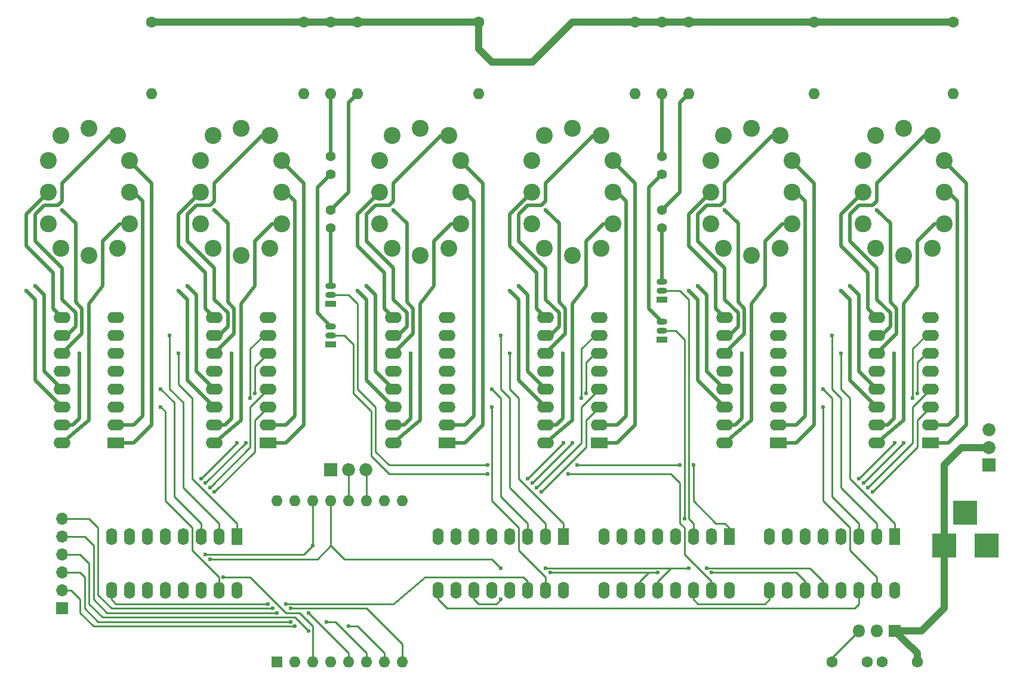
<source format=gtl>
G04 #@! TF.FileFunction,Copper,L1,Top,Signal*
%FSLAX46Y46*%
G04 Gerber Fmt 4.6, Leading zero omitted, Abs format (unit mm)*
G04 Created by KiCad (PCBNEW 4.0.7-e2-6376~61~ubuntu18.04.1) date Tue Aug 27 15:06:58 2019*
%MOMM*%
%LPD*%
G01*
G04 APERTURE LIST*
%ADD10C,0.100000*%
%ADD11R,1.600000X1.600000*%
%ADD12O,1.600000X1.600000*%
%ADD13R,1.850000X1.850000*%
%ADD14C,1.850000*%
%ADD15R,2.400000X1.600000*%
%ADD16O,2.400000X1.600000*%
%ADD17O,1.500000X0.900000*%
%ADD18R,1.500000X0.900000*%
%ADD19C,1.600000*%
%ADD20R,1.700000X1.700000*%
%ADD21O,1.700000X1.700000*%
%ADD22C,2.400000*%
%ADD23C,1.422400*%
%ADD24R,1.600000X2.400000*%
%ADD25O,1.600000X2.400000*%
%ADD26R,3.500000X3.500000*%
%ADD27R,1.800000X1.800000*%
%ADD28O,1.800000X1.800000*%
%ADD29C,0.600000*%
%ADD30C,1.000000*%
%ADD31C,0.250000*%
%ADD32C,0.500000*%
G04 APERTURE END LIST*
D10*
D11*
X115570000Y-136525000D03*
D12*
X133350000Y-113665000D03*
X118110000Y-136525000D03*
X130810000Y-113665000D03*
X120650000Y-136525000D03*
X128270000Y-113665000D03*
X123190000Y-136525000D03*
X125730000Y-113665000D03*
X125730000Y-136525000D03*
X123190000Y-113665000D03*
X128270000Y-136525000D03*
X120650000Y-113665000D03*
X130810000Y-136525000D03*
X118110000Y-113665000D03*
X133350000Y-136525000D03*
X115570000Y-113665000D03*
D13*
X123190000Y-109220000D03*
D14*
X125690000Y-109220000D03*
X128190000Y-109220000D03*
D15*
X92710000Y-105410000D03*
D16*
X85090000Y-87630000D03*
X92710000Y-102870000D03*
X85090000Y-90170000D03*
X92710000Y-100330000D03*
X85090000Y-92710000D03*
X92710000Y-97790000D03*
X85090000Y-95250000D03*
X92710000Y-95250000D03*
X85090000Y-97790000D03*
X92710000Y-92710000D03*
X85090000Y-100330000D03*
X92710000Y-90170000D03*
X85090000Y-102870000D03*
X92710000Y-87630000D03*
X85090000Y-105410000D03*
D17*
X170180000Y-89535000D03*
X170180000Y-88265000D03*
D18*
X170180000Y-90805000D03*
D17*
X123190000Y-90170000D03*
X123190000Y-88900000D03*
D18*
X123190000Y-91440000D03*
D17*
X170180000Y-83820000D03*
X170180000Y-82550000D03*
D18*
X170180000Y-85090000D03*
D17*
X123190000Y-84455000D03*
X123190000Y-83185000D03*
D18*
X123190000Y-85725000D03*
D19*
X97790000Y-45720000D03*
D12*
X97790000Y-55880000D03*
D19*
X119380000Y-45720000D03*
D12*
X119380000Y-55880000D03*
D19*
X123190000Y-45720000D03*
D12*
X123190000Y-55880000D03*
D19*
X127000000Y-45720000D03*
D12*
X127000000Y-55880000D03*
D19*
X144145000Y-45720000D03*
D12*
X144145000Y-55880000D03*
D19*
X166370000Y-45720000D03*
D12*
X166370000Y-55880000D03*
D19*
X170180000Y-45720000D03*
D12*
X170180000Y-55880000D03*
D19*
X173990000Y-45720000D03*
D12*
X173990000Y-55880000D03*
D19*
X191770000Y-45720000D03*
D12*
X191770000Y-55880000D03*
D19*
X211455000Y-45720000D03*
D12*
X211455000Y-55880000D03*
D20*
X85090000Y-128905000D03*
D21*
X85090000Y-126365000D03*
X85090000Y-123825000D03*
X85090000Y-121285000D03*
X85090000Y-118745000D03*
X85090000Y-116205000D03*
D15*
X114300000Y-105410000D03*
D16*
X106680000Y-87630000D03*
X114300000Y-102870000D03*
X106680000Y-90170000D03*
X114300000Y-100330000D03*
X106680000Y-92710000D03*
X114300000Y-97790000D03*
X106680000Y-95250000D03*
X114300000Y-95250000D03*
X106680000Y-97790000D03*
X114300000Y-92710000D03*
X106680000Y-100330000D03*
X114300000Y-90170000D03*
X106680000Y-102870000D03*
X114300000Y-87630000D03*
X106680000Y-105410000D03*
D15*
X139700000Y-105410000D03*
D16*
X132080000Y-87630000D03*
X139700000Y-102870000D03*
X132080000Y-90170000D03*
X139700000Y-100330000D03*
X132080000Y-92710000D03*
X139700000Y-97790000D03*
X132080000Y-95250000D03*
X139700000Y-95250000D03*
X132080000Y-97790000D03*
X139700000Y-92710000D03*
X132080000Y-100330000D03*
X139700000Y-90170000D03*
X132080000Y-102870000D03*
X139700000Y-87630000D03*
X132080000Y-105410000D03*
D15*
X161290000Y-105410000D03*
D16*
X153670000Y-87630000D03*
X161290000Y-102870000D03*
X153670000Y-90170000D03*
X161290000Y-100330000D03*
X153670000Y-92710000D03*
X161290000Y-97790000D03*
X153670000Y-95250000D03*
X161290000Y-95250000D03*
X153670000Y-97790000D03*
X161290000Y-92710000D03*
X153670000Y-100330000D03*
X161290000Y-90170000D03*
X153670000Y-102870000D03*
X161290000Y-87630000D03*
X153670000Y-105410000D03*
D15*
X186690000Y-105410000D03*
D16*
X179070000Y-87630000D03*
X186690000Y-102870000D03*
X179070000Y-90170000D03*
X186690000Y-100330000D03*
X179070000Y-92710000D03*
X186690000Y-97790000D03*
X179070000Y-95250000D03*
X186690000Y-95250000D03*
X179070000Y-97790000D03*
X186690000Y-92710000D03*
X179070000Y-100330000D03*
X186690000Y-90170000D03*
X179070000Y-102870000D03*
X186690000Y-87630000D03*
X179070000Y-105410000D03*
D15*
X208280000Y-105410000D03*
D16*
X200660000Y-87630000D03*
X208280000Y-102870000D03*
X200660000Y-90170000D03*
X208280000Y-100330000D03*
X200660000Y-92710000D03*
X208280000Y-97790000D03*
X200660000Y-95250000D03*
X208280000Y-95250000D03*
X200660000Y-97790000D03*
X208280000Y-92710000D03*
X200660000Y-100330000D03*
X208280000Y-90170000D03*
X200660000Y-102870000D03*
X208280000Y-87630000D03*
X200660000Y-105410000D03*
D22*
X88900000Y-60850000D03*
X94650000Y-69850000D03*
X94650000Y-65350000D03*
X88900000Y-78850000D03*
X94650000Y-74350000D03*
X92900000Y-77850000D03*
X92900000Y-61850000D03*
X84900000Y-61850000D03*
X83150000Y-65350000D03*
X83150000Y-69850000D03*
X83150000Y-74350000D03*
X84900000Y-77850000D03*
X110490000Y-60850000D03*
X116240000Y-69850000D03*
X116240000Y-65350000D03*
X110490000Y-78850000D03*
X116240000Y-74350000D03*
X114490000Y-77850000D03*
X114490000Y-61850000D03*
X106490000Y-61850000D03*
X104740000Y-65350000D03*
X104740000Y-69850000D03*
X104740000Y-74350000D03*
X106490000Y-77850000D03*
X135890000Y-60850000D03*
X141640000Y-69850000D03*
X141640000Y-65350000D03*
X135890000Y-78850000D03*
X141640000Y-74350000D03*
X139890000Y-77850000D03*
X139890000Y-61850000D03*
X131890000Y-61850000D03*
X130140000Y-65350000D03*
X130140000Y-69850000D03*
X130140000Y-74350000D03*
X131890000Y-77850000D03*
X157480000Y-60850000D03*
X163230000Y-69850000D03*
X163230000Y-65350000D03*
X157480000Y-78850000D03*
X163230000Y-74350000D03*
X161480000Y-77850000D03*
X161480000Y-61850000D03*
X153480000Y-61850000D03*
X151730000Y-65350000D03*
X151730000Y-69850000D03*
X151730000Y-74350000D03*
X153480000Y-77850000D03*
X182880000Y-60850000D03*
X188630000Y-69850000D03*
X188630000Y-65350000D03*
X182880000Y-78850000D03*
X188630000Y-74350000D03*
X186880000Y-77850000D03*
X186880000Y-61850000D03*
X178880000Y-61850000D03*
X177130000Y-65350000D03*
X177130000Y-69850000D03*
X177130000Y-74350000D03*
X178880000Y-77850000D03*
X204470000Y-60850000D03*
X210220000Y-69850000D03*
X210220000Y-65350000D03*
X204470000Y-78850000D03*
X210220000Y-74350000D03*
X208470000Y-77850000D03*
X208470000Y-61850000D03*
X200470000Y-61850000D03*
X198720000Y-65350000D03*
X198720000Y-69850000D03*
X198720000Y-74350000D03*
X200470000Y-77850000D03*
D23*
X170180000Y-74930000D03*
X170180000Y-72390000D03*
X170180000Y-67310000D03*
X170180000Y-64770000D03*
X123190000Y-74930000D03*
X123190000Y-72390000D03*
X123190000Y-67310000D03*
X123190000Y-64770000D03*
D24*
X179705000Y-118745000D03*
D25*
X161925000Y-126365000D03*
X177165000Y-118745000D03*
X164465000Y-126365000D03*
X174625000Y-118745000D03*
X167005000Y-126365000D03*
X172085000Y-118745000D03*
X169545000Y-126365000D03*
X169545000Y-118745000D03*
X172085000Y-126365000D03*
X167005000Y-118745000D03*
X174625000Y-126365000D03*
X164465000Y-118745000D03*
X177165000Y-126365000D03*
X161925000Y-118745000D03*
X179705000Y-126365000D03*
D24*
X109855000Y-118745000D03*
D25*
X92075000Y-126365000D03*
X107315000Y-118745000D03*
X94615000Y-126365000D03*
X104775000Y-118745000D03*
X97155000Y-126365000D03*
X102235000Y-118745000D03*
X99695000Y-126365000D03*
X99695000Y-118745000D03*
X102235000Y-126365000D03*
X97155000Y-118745000D03*
X104775000Y-126365000D03*
X94615000Y-118745000D03*
X107315000Y-126365000D03*
X92075000Y-118745000D03*
X109855000Y-126365000D03*
D24*
X156210000Y-118745000D03*
D25*
X138430000Y-126365000D03*
X153670000Y-118745000D03*
X140970000Y-126365000D03*
X151130000Y-118745000D03*
X143510000Y-126365000D03*
X148590000Y-118745000D03*
X146050000Y-126365000D03*
X146050000Y-118745000D03*
X148590000Y-126365000D03*
X143510000Y-118745000D03*
X151130000Y-126365000D03*
X140970000Y-118745000D03*
X153670000Y-126365000D03*
X138430000Y-118745000D03*
X156210000Y-126365000D03*
D24*
X203200000Y-118745000D03*
D25*
X185420000Y-126365000D03*
X200660000Y-118745000D03*
X187960000Y-126365000D03*
X198120000Y-118745000D03*
X190500000Y-126365000D03*
X195580000Y-118745000D03*
X193040000Y-126365000D03*
X193040000Y-118745000D03*
X195580000Y-126365000D03*
X190500000Y-118745000D03*
X198120000Y-126365000D03*
X187960000Y-118745000D03*
X200660000Y-126365000D03*
X185420000Y-118745000D03*
X203200000Y-126365000D03*
D13*
X216535000Y-108585000D03*
D14*
X216535000Y-106085000D03*
X216535000Y-103585000D03*
D19*
X206375000Y-136525000D03*
X201375000Y-136525000D03*
X194310000Y-136525000D03*
X199310000Y-136525000D03*
D26*
X210185000Y-120015000D03*
X216185000Y-120015000D03*
X213185000Y-115315000D03*
D27*
X203200000Y-132080000D03*
D28*
X200660000Y-132080000D03*
X198120000Y-132080000D03*
D29*
X173355000Y-116205000D03*
X156845000Y-109855000D03*
X145415000Y-109855000D03*
X145415000Y-108585000D03*
X158115000Y-108585000D03*
X174625000Y-108585000D03*
X172720000Y-108585000D03*
X107950000Y-124460000D03*
X120015000Y-132080000D03*
X115570000Y-129540000D03*
X120015000Y-129540000D03*
X147320000Y-123190000D03*
X153670000Y-123190000D03*
X173990000Y-123190000D03*
X176530000Y-123190000D03*
X106045000Y-121920000D03*
X117475000Y-130810000D03*
X122555000Y-130810000D03*
X120650000Y-120015000D03*
X147320000Y-127635000D03*
X154305000Y-123825000D03*
X169545000Y-123825000D03*
X177165000Y-123825000D03*
X105410000Y-121285000D03*
X118110000Y-131445000D03*
X125730000Y-131445000D03*
X114935000Y-128905000D03*
X117475000Y-128905000D03*
X99060000Y-100330000D03*
X85090000Y-72390000D03*
X99060000Y-97790000D03*
X81280000Y-83185000D03*
X101600000Y-92710000D03*
X80010000Y-83820000D03*
X100330000Y-90170000D03*
X87503000Y-92710000D03*
X106680000Y-112395000D03*
X106680000Y-72390000D03*
X106045000Y-111760000D03*
X102870000Y-83185000D03*
X105410000Y-111125000D03*
X111125000Y-105410000D03*
X112395000Y-98425000D03*
X101600000Y-83820000D03*
X111760000Y-99060000D03*
X109855000Y-105410000D03*
X104775000Y-110490000D03*
X109093000Y-92710000D03*
X146050000Y-100330000D03*
X132080000Y-72390000D03*
X146050000Y-97790000D03*
X128270000Y-83185000D03*
X148590000Y-92710000D03*
X127000000Y-83820000D03*
X147320000Y-90170000D03*
X134493000Y-92710000D03*
X153035000Y-112395000D03*
X153670000Y-72390000D03*
X152400000Y-111760000D03*
X149860000Y-83185000D03*
X157480000Y-105410000D03*
X151765000Y-111125000D03*
X159385000Y-98425000D03*
X148590000Y-83820000D03*
X156210000Y-105410000D03*
X151130000Y-110490000D03*
X158750000Y-99060000D03*
X156083000Y-92710000D03*
X193040000Y-100330000D03*
X179070000Y-72390000D03*
X193040000Y-97790000D03*
X175260000Y-83185000D03*
X195580000Y-92710000D03*
X173990000Y-83820000D03*
X194310000Y-90170000D03*
X181483000Y-92710000D03*
X200025000Y-112395000D03*
X200660000Y-72390000D03*
X199390000Y-111760000D03*
X196850000Y-83185000D03*
X198755000Y-111125000D03*
X206375000Y-98425000D03*
X204470000Y-105410000D03*
X195580000Y-83820000D03*
X203200000Y-105410000D03*
X205740000Y-99060000D03*
X198120000Y-110490000D03*
X203073000Y-92710000D03*
X116840000Y-128270000D03*
X114300000Y-128270000D03*
D30*
X216535000Y-106085000D02*
X212685000Y-106085000D01*
X210185000Y-108585000D02*
X210185000Y-120015000D01*
X212685000Y-106085000D02*
X210185000Y-108585000D01*
X203200000Y-132080000D02*
X207010000Y-132080000D01*
X210185000Y-128905000D02*
X210185000Y-120015000D01*
X207010000Y-132080000D02*
X210185000Y-128905000D01*
X203200000Y-132080000D02*
X204470000Y-133350000D01*
X206375000Y-135255000D02*
X206375000Y-136525000D01*
X204470000Y-133350000D02*
X206375000Y-135255000D01*
D31*
X194310000Y-136525000D02*
X194310000Y-135890000D01*
X194310000Y-135890000D02*
X198120000Y-132080000D01*
D32*
X123190000Y-67310000D02*
X121285000Y-69215000D01*
X121285000Y-86995000D02*
X123190000Y-88900000D01*
X121285000Y-69215000D02*
X121285000Y-86995000D01*
X123190000Y-64770000D02*
X123190000Y-55880000D01*
X123190000Y-74930000D02*
X123190000Y-83185000D01*
X123190000Y-72390000D02*
X125730000Y-69850000D01*
X125730000Y-69850000D02*
X125730000Y-57150000D01*
X125730000Y-57150000D02*
X127000000Y-55880000D01*
X170180000Y-88265000D02*
X168275000Y-86360000D01*
X168275000Y-69215000D02*
X170180000Y-67310000D01*
X168275000Y-86360000D02*
X168275000Y-69215000D01*
X170180000Y-64770000D02*
X170180000Y-55880000D01*
X170180000Y-74930000D02*
X170180000Y-82550000D01*
X170180000Y-72390000D02*
X172720000Y-69850000D01*
X172720000Y-69850000D02*
X172720000Y-57150000D01*
X172720000Y-57150000D02*
X173990000Y-55880000D01*
D31*
X172085000Y-89535000D02*
X170180000Y-89535000D01*
X173355000Y-90805000D02*
X172085000Y-89535000D01*
X173355000Y-116205000D02*
X173355000Y-90805000D01*
X123190000Y-90170000D02*
X125095000Y-90170000D01*
X177165000Y-125095000D02*
X177165000Y-126365000D01*
X173355000Y-121285000D02*
X177165000Y-125095000D01*
X173355000Y-117475000D02*
X173355000Y-121285000D01*
X172720000Y-116840000D02*
X173355000Y-117475000D01*
X172720000Y-111125000D02*
X172720000Y-116840000D01*
X171450000Y-109855000D02*
X172720000Y-111125000D01*
X156845000Y-109855000D02*
X171450000Y-109855000D01*
X131445000Y-109855000D02*
X145415000Y-109855000D01*
X128905000Y-107315000D02*
X131445000Y-109855000D01*
X128905000Y-100965000D02*
X128905000Y-107315000D01*
X126365000Y-98425000D02*
X128905000Y-100965000D01*
X126365000Y-91440000D02*
X126365000Y-98425000D01*
X125095000Y-90170000D02*
X126365000Y-91440000D01*
X170180000Y-83820000D02*
X172720000Y-83820000D01*
X174625000Y-116840000D02*
X174625000Y-118745000D01*
X173990000Y-116205000D02*
X174625000Y-116840000D01*
X173990000Y-85090000D02*
X173990000Y-116205000D01*
X172720000Y-83820000D02*
X173990000Y-85090000D01*
X131445000Y-108585000D02*
X145415000Y-108585000D01*
X129540000Y-106680000D02*
X131445000Y-108585000D01*
X129540000Y-100330000D02*
X129540000Y-106680000D01*
X127000000Y-97790000D02*
X129540000Y-100330000D01*
X127000000Y-85725000D02*
X127000000Y-97790000D01*
X125730000Y-84455000D02*
X127000000Y-85725000D01*
X123190000Y-84455000D02*
X125730000Y-84455000D01*
X179705000Y-117475000D02*
X179705000Y-118745000D01*
X179070000Y-116840000D02*
X179705000Y-117475000D01*
X177800000Y-116840000D02*
X179070000Y-116840000D01*
X174625000Y-113665000D02*
X177800000Y-116840000D01*
X174625000Y-108585000D02*
X174625000Y-113665000D01*
X158115000Y-108585000D02*
X172720000Y-108585000D01*
X120650000Y-136525000D02*
X120650000Y-131445000D01*
X118745000Y-129540000D02*
X120650000Y-131445000D01*
X116840000Y-129540000D02*
X118745000Y-129540000D01*
X111760000Y-124460000D02*
X116840000Y-129540000D01*
X107950000Y-124460000D02*
X111760000Y-124460000D01*
X85090000Y-121285000D02*
X87630000Y-121285000D01*
X88900000Y-124460000D02*
X88900000Y-128270000D01*
X88900000Y-128270000D02*
X90805000Y-130175000D01*
X90805000Y-130175000D02*
X118110000Y-130175000D01*
X118110000Y-130175000D02*
X120015000Y-132080000D01*
X88900000Y-122555000D02*
X88900000Y-124460000D01*
X87630000Y-121285000D02*
X88900000Y-122555000D01*
X85090000Y-118745000D02*
X88265000Y-118745000D01*
X89535000Y-121920000D02*
X89535000Y-127635000D01*
X89535000Y-127635000D02*
X91440000Y-129540000D01*
X91440000Y-129540000D02*
X115570000Y-129540000D01*
X120015000Y-129540000D02*
X125730000Y-135255000D01*
X125730000Y-135255000D02*
X125730000Y-136525000D01*
X89535000Y-120015000D02*
X89535000Y-121920000D01*
X88265000Y-118745000D02*
X89535000Y-120015000D01*
X123190000Y-113665000D02*
X123190000Y-118745000D01*
X123190000Y-118745000D02*
X123190000Y-120015000D01*
X123190000Y-120015000D02*
X125095000Y-121920000D01*
X146050000Y-121920000D02*
X147320000Y-123190000D01*
X125095000Y-121920000D02*
X146050000Y-121920000D01*
X171450000Y-123190000D02*
X153670000Y-123190000D01*
X193040000Y-126365000D02*
X193040000Y-125095000D01*
X169545000Y-125095000D02*
X169545000Y-126365000D01*
X171450000Y-123190000D02*
X169545000Y-125095000D01*
X173990000Y-123190000D02*
X171450000Y-123190000D01*
X191135000Y-123190000D02*
X176530000Y-123190000D01*
X193040000Y-125095000D02*
X191135000Y-123190000D01*
X121285000Y-121920000D02*
X123190000Y-120015000D01*
X106045000Y-121920000D02*
X121285000Y-121920000D01*
X88265000Y-127000000D02*
X88265000Y-124460000D01*
X88265000Y-127000000D02*
X88265000Y-128905000D01*
X88265000Y-128905000D02*
X90170000Y-130810000D01*
X90170000Y-130810000D02*
X117475000Y-130810000D01*
X122555000Y-130810000D02*
X123825000Y-130810000D01*
X123825000Y-130810000D02*
X128270000Y-135255000D01*
X128270000Y-136525000D02*
X128270000Y-135255000D01*
X87630000Y-123825000D02*
X85090000Y-123825000D01*
X88265000Y-124460000D02*
X87630000Y-123825000D01*
X120650000Y-113665000D02*
X120650000Y-118745000D01*
X120650000Y-118745000D02*
X120650000Y-120015000D01*
X168275000Y-123825000D02*
X154305000Y-123825000D01*
X143510000Y-127635000D02*
X143510000Y-126365000D01*
X144145000Y-128270000D02*
X143510000Y-127635000D01*
X146685000Y-128270000D02*
X144145000Y-128270000D01*
X147320000Y-127635000D02*
X146685000Y-128270000D01*
X190500000Y-126365000D02*
X190500000Y-125095000D01*
X167005000Y-125095000D02*
X167005000Y-126365000D01*
X168275000Y-123825000D02*
X167005000Y-125095000D01*
X169545000Y-123825000D02*
X168275000Y-123825000D01*
X189230000Y-123825000D02*
X177165000Y-123825000D01*
X190500000Y-125095000D02*
X189230000Y-123825000D01*
X105410000Y-121285000D02*
X119380000Y-121285000D01*
X119380000Y-121285000D02*
X120650000Y-120015000D01*
X85090000Y-126365000D02*
X86360000Y-126365000D01*
X89535000Y-131445000D02*
X118110000Y-131445000D01*
X125730000Y-131445000D02*
X127000000Y-131445000D01*
X127000000Y-131445000D02*
X130810000Y-135255000D01*
X130810000Y-135255000D02*
X130810000Y-136525000D01*
X87630000Y-129540000D02*
X89535000Y-131445000D01*
X87630000Y-127635000D02*
X87630000Y-129540000D01*
X86360000Y-126365000D02*
X87630000Y-127635000D01*
X85090000Y-116205000D02*
X88900000Y-116205000D01*
X90170000Y-120015000D02*
X90170000Y-127000000D01*
X90170000Y-127000000D02*
X92075000Y-128905000D01*
X92075000Y-128905000D02*
X114935000Y-128905000D01*
X117475000Y-128905000D02*
X128270000Y-128905000D01*
X128270000Y-128905000D02*
X133350000Y-133985000D01*
X133350000Y-133985000D02*
X133350000Y-136525000D01*
X90170000Y-117475000D02*
X90170000Y-120015000D01*
X88900000Y-116205000D02*
X90170000Y-117475000D01*
D32*
X94650000Y-65350000D02*
X94650000Y-65440000D01*
X94650000Y-65440000D02*
X97790000Y-68580000D01*
X97790000Y-68580000D02*
X97790000Y-102870000D01*
X97790000Y-102870000D02*
X95250000Y-105410000D01*
X95250000Y-105410000D02*
X92710000Y-105410000D01*
X85090000Y-87630000D02*
X83820000Y-86360000D01*
X83820000Y-81280000D02*
X80010000Y-77470000D01*
X80010000Y-77470000D02*
X80010000Y-73025000D01*
X80010000Y-73025000D02*
X83150000Y-69850000D01*
X83820000Y-86360000D02*
X83820000Y-81280000D01*
X94650000Y-69850000D02*
X95250000Y-69850000D01*
X95250000Y-69850000D02*
X96520000Y-71120000D01*
X96520000Y-71120000D02*
X96520000Y-101600000D01*
X96520000Y-101600000D02*
X95250000Y-102870000D01*
X95250000Y-102870000D02*
X92710000Y-102870000D01*
X81280000Y-73025000D02*
X81280000Y-76835000D01*
X85090000Y-71120000D02*
X85090000Y-68580000D01*
X86995000Y-88900000D02*
X86995000Y-86995000D01*
X86995000Y-86995000D02*
X85090000Y-85090000D01*
X81280000Y-73025000D02*
X82550000Y-71755000D01*
X82550000Y-71755000D02*
X84455000Y-71755000D01*
X84455000Y-71755000D02*
X85090000Y-71120000D01*
X85725000Y-90170000D02*
X86995000Y-88900000D01*
X85090000Y-68580000D02*
X91820000Y-61850000D01*
X85090000Y-85090000D02*
X85090000Y-80645000D01*
X81280000Y-76835000D02*
X85090000Y-80645000D01*
X91820000Y-61850000D02*
X92900000Y-61850000D01*
X85090000Y-90170000D02*
X85725000Y-90170000D01*
D31*
X99695000Y-100965000D02*
X99695000Y-113665000D01*
X99060000Y-100330000D02*
X99695000Y-100965000D01*
X99695000Y-113665000D02*
X103505000Y-117475000D01*
X103505000Y-117475000D02*
X103505000Y-120650000D01*
X103505000Y-120650000D02*
X107315000Y-124460000D01*
X107315000Y-126365000D02*
X107315000Y-124460000D01*
D32*
X86995000Y-74295000D02*
X86995000Y-85471000D01*
X85090000Y-72390000D02*
X86995000Y-74295000D01*
X85090000Y-92710000D02*
X87884000Y-89916000D01*
X87884000Y-86360000D02*
X87884000Y-89916000D01*
X86995000Y-85471000D02*
X87884000Y-86360000D01*
D31*
X104775000Y-116840000D02*
X104775000Y-118745000D01*
X100965000Y-113030000D02*
X104775000Y-116840000D01*
X100965000Y-99695000D02*
X100965000Y-113030000D01*
X99060000Y-97790000D02*
X100965000Y-99695000D01*
D32*
X81280000Y-83185000D02*
X82550000Y-84455000D01*
X82550000Y-84455000D02*
X82550000Y-95250000D01*
X82550000Y-95250000D02*
X85090000Y-97790000D01*
D31*
X109855000Y-118745000D02*
X109855000Y-116840000D01*
X101600000Y-97155000D02*
X101600000Y-92710000D01*
X103505000Y-99060000D02*
X101600000Y-97155000D01*
X103505000Y-110490000D02*
X103505000Y-99060000D01*
X109855000Y-116840000D02*
X103505000Y-110490000D01*
D32*
X81280000Y-96520000D02*
X85090000Y-100330000D01*
X81280000Y-85090000D02*
X81280000Y-96520000D01*
X80010000Y-83820000D02*
X81280000Y-85090000D01*
X85090000Y-100330000D02*
X84455000Y-100330000D01*
D31*
X107315000Y-116840000D02*
X107315000Y-118745000D01*
X102235000Y-111760000D02*
X107315000Y-116840000D01*
X102235000Y-99695000D02*
X102235000Y-111760000D01*
X100330000Y-97790000D02*
X102235000Y-99695000D01*
X100330000Y-90170000D02*
X100330000Y-97790000D01*
D32*
X85090000Y-102870000D02*
X86614000Y-102870000D01*
X86614000Y-102870000D02*
X87503000Y-101981000D01*
X87503000Y-101981000D02*
X87503000Y-92710000D01*
X94650000Y-74350000D02*
X93290000Y-74350000D01*
X88900000Y-102235000D02*
X85090000Y-105410000D01*
X88900000Y-85725000D02*
X88900000Y-102235000D01*
X90805000Y-83185000D02*
X88900000Y-85725000D01*
X90805000Y-76835000D02*
X90805000Y-83185000D01*
X93290000Y-74350000D02*
X90805000Y-76835000D01*
X116840000Y-105410000D02*
X114300000Y-105410000D01*
X119380000Y-102870000D02*
X116840000Y-105410000D01*
X119380000Y-68580000D02*
X119380000Y-102870000D01*
X116240000Y-65440000D02*
X119380000Y-68580000D01*
X116240000Y-65350000D02*
X116240000Y-65440000D01*
X105410000Y-86360000D02*
X105410000Y-81280000D01*
X101600000Y-73025000D02*
X104740000Y-69850000D01*
X101600000Y-77470000D02*
X101600000Y-73025000D01*
X105410000Y-81280000D02*
X101600000Y-77470000D01*
X106680000Y-87630000D02*
X105410000Y-86360000D01*
X116840000Y-102870000D02*
X114300000Y-102870000D01*
X118110000Y-101600000D02*
X116840000Y-102870000D01*
X118110000Y-71120000D02*
X118110000Y-101600000D01*
X116840000Y-69850000D02*
X118110000Y-71120000D01*
X116240000Y-69850000D02*
X116840000Y-69850000D01*
X106680000Y-90170000D02*
X107315000Y-90170000D01*
X113410000Y-61850000D02*
X114490000Y-61850000D01*
X102870000Y-76835000D02*
X106680000Y-80645000D01*
X106680000Y-80645000D02*
X106680000Y-85090000D01*
X106680000Y-68580000D02*
X113410000Y-61850000D01*
X107315000Y-90170000D02*
X108585000Y-88900000D01*
X106045000Y-71755000D02*
X106680000Y-71120000D01*
X104140000Y-71755000D02*
X106045000Y-71755000D01*
X102870000Y-73025000D02*
X104140000Y-71755000D01*
X108585000Y-86995000D02*
X106680000Y-85090000D01*
X108585000Y-88900000D02*
X108585000Y-86995000D01*
X106680000Y-71120000D02*
X106680000Y-68580000D01*
X102870000Y-73025000D02*
X102870000Y-76835000D01*
D31*
X112395000Y-102235000D02*
X114300000Y-100330000D01*
X112395000Y-106680000D02*
X112395000Y-102235000D01*
X106680000Y-112395000D02*
X112395000Y-106680000D01*
D32*
X108585000Y-74295000D02*
X108585000Y-85471000D01*
X108585000Y-85471000D02*
X109474000Y-86360000D01*
X109474000Y-86360000D02*
X109474000Y-89916000D01*
X106680000Y-92710000D02*
X109474000Y-89916000D01*
X106680000Y-72390000D02*
X108585000Y-74295000D01*
D31*
X114300000Y-97790000D02*
X111760000Y-100330000D01*
X111760000Y-106045000D02*
X106045000Y-111760000D01*
X111760000Y-100330000D02*
X111760000Y-106045000D01*
D32*
X104140000Y-95250000D02*
X106680000Y-97790000D01*
X104140000Y-84455000D02*
X104140000Y-95250000D01*
X102870000Y-83185000D02*
X104140000Y-84455000D01*
D31*
X114300000Y-92710000D02*
X112395000Y-94615000D01*
X111125000Y-105410000D02*
X105410000Y-111125000D01*
X112395000Y-94615000D02*
X112395000Y-98425000D01*
D32*
X106680000Y-100330000D02*
X106045000Y-100330000D01*
X101600000Y-83820000D02*
X102870000Y-85090000D01*
X102870000Y-85090000D02*
X102870000Y-96520000D01*
X102870000Y-96520000D02*
X106680000Y-100330000D01*
D31*
X114300000Y-90170000D02*
X113665000Y-90170000D01*
X113665000Y-90170000D02*
X111760000Y-92075000D01*
X111760000Y-92075000D02*
X111760000Y-99060000D01*
X109855000Y-105410000D02*
X104775000Y-110490000D01*
D32*
X109093000Y-101981000D02*
X109093000Y-92710000D01*
X108204000Y-102870000D02*
X109093000Y-101981000D01*
X106680000Y-102870000D02*
X108204000Y-102870000D01*
X114880000Y-74350000D02*
X112395000Y-76835000D01*
X112395000Y-76835000D02*
X112395000Y-83185000D01*
X112395000Y-83185000D02*
X110490000Y-85725000D01*
X110490000Y-85725000D02*
X110490000Y-102235000D01*
X110490000Y-102235000D02*
X106680000Y-105410000D01*
X116240000Y-74350000D02*
X114880000Y-74350000D01*
X142240000Y-105410000D02*
X139700000Y-105410000D01*
X144780000Y-102870000D02*
X142240000Y-105410000D01*
X144780000Y-68580000D02*
X144780000Y-102870000D01*
X141640000Y-65440000D02*
X144780000Y-68580000D01*
X141640000Y-65350000D02*
X141640000Y-65440000D01*
X130810000Y-86360000D02*
X130810000Y-81280000D01*
X127000000Y-73025000D02*
X130140000Y-69850000D01*
X127000000Y-77470000D02*
X127000000Y-73025000D01*
X130810000Y-81280000D02*
X127000000Y-77470000D01*
X132080000Y-87630000D02*
X130810000Y-86360000D01*
X142240000Y-102870000D02*
X139700000Y-102870000D01*
X143510000Y-101600000D02*
X142240000Y-102870000D01*
X143510000Y-71120000D02*
X143510000Y-101600000D01*
X142240000Y-69850000D02*
X143510000Y-71120000D01*
X141640000Y-69850000D02*
X142240000Y-69850000D01*
X132080000Y-90170000D02*
X132715000Y-90170000D01*
X138810000Y-61850000D02*
X139890000Y-61850000D01*
X128270000Y-76835000D02*
X132080000Y-80645000D01*
X132080000Y-80645000D02*
X132080000Y-85090000D01*
X132080000Y-68580000D02*
X138810000Y-61850000D01*
X132715000Y-90170000D02*
X133985000Y-88900000D01*
X131445000Y-71755000D02*
X132080000Y-71120000D01*
X129540000Y-71755000D02*
X131445000Y-71755000D01*
X128270000Y-73025000D02*
X129540000Y-71755000D01*
X133985000Y-86995000D02*
X132080000Y-85090000D01*
X133985000Y-88900000D02*
X133985000Y-86995000D01*
X132080000Y-71120000D02*
X132080000Y-68580000D01*
X128270000Y-73025000D02*
X128270000Y-76835000D01*
D31*
X146050000Y-100330000D02*
X146050000Y-113665000D01*
X146050000Y-113665000D02*
X149860000Y-117475000D01*
X149860000Y-117475000D02*
X149860000Y-120650000D01*
X149860000Y-120650000D02*
X153670000Y-124460000D01*
X153670000Y-124460000D02*
X153670000Y-126365000D01*
D32*
X133985000Y-74295000D02*
X133985000Y-85471000D01*
X133985000Y-85471000D02*
X134874000Y-86360000D01*
X134874000Y-86360000D02*
X134874000Y-89916000D01*
X132080000Y-92710000D02*
X134874000Y-89916000D01*
X132080000Y-72390000D02*
X133985000Y-74295000D01*
D31*
X146050000Y-97790000D02*
X147320000Y-99060000D01*
X151130000Y-116840000D02*
X151130000Y-118745000D01*
X147320000Y-113030000D02*
X151130000Y-116840000D01*
X147320000Y-99060000D02*
X147320000Y-113030000D01*
D32*
X129540000Y-95250000D02*
X132080000Y-97790000D01*
X129540000Y-84455000D02*
X129540000Y-95250000D01*
X128270000Y-83185000D02*
X129540000Y-84455000D01*
D31*
X156210000Y-116840000D02*
X156210000Y-118745000D01*
X149860000Y-110490000D02*
X149860000Y-99060000D01*
X156210000Y-116840000D02*
X149860000Y-110490000D01*
X148590000Y-97790000D02*
X149860000Y-99060000D01*
X148590000Y-92710000D02*
X148590000Y-97790000D01*
D32*
X132080000Y-100330000D02*
X131445000Y-100330000D01*
X127000000Y-83820000D02*
X128270000Y-85090000D01*
X128270000Y-85090000D02*
X128270000Y-96520000D01*
X128270000Y-96520000D02*
X132080000Y-100330000D01*
D31*
X153670000Y-116840000D02*
X153670000Y-118745000D01*
X148590000Y-111760000D02*
X153670000Y-116840000D01*
X148590000Y-99060000D02*
X148590000Y-111760000D01*
X147320000Y-97790000D02*
X148590000Y-99060000D01*
X147320000Y-90170000D02*
X147320000Y-97790000D01*
D32*
X134493000Y-101981000D02*
X134493000Y-92710000D01*
X133604000Y-102870000D02*
X134493000Y-101981000D01*
X132080000Y-102870000D02*
X133604000Y-102870000D01*
X140280000Y-74350000D02*
X137795000Y-76835000D01*
X137795000Y-76835000D02*
X137795000Y-83185000D01*
X137795000Y-83185000D02*
X135890000Y-85725000D01*
X135890000Y-85725000D02*
X135890000Y-102235000D01*
X135890000Y-102235000D02*
X132080000Y-105410000D01*
X141640000Y-74350000D02*
X140280000Y-74350000D01*
X163230000Y-65440000D02*
X166370000Y-68580000D01*
X163230000Y-65350000D02*
X163230000Y-65440000D01*
X166370000Y-68580000D02*
X166370000Y-102870000D01*
X166370000Y-102870000D02*
X163830000Y-105410000D01*
X163830000Y-105410000D02*
X161290000Y-105410000D01*
X152400000Y-86360000D02*
X152400000Y-81280000D01*
X152400000Y-81280000D02*
X148590000Y-77470000D01*
X153670000Y-87630000D02*
X152400000Y-86360000D01*
X148590000Y-77470000D02*
X148590000Y-73025000D01*
X148590000Y-73025000D02*
X151730000Y-69850000D01*
X163830000Y-69850000D02*
X165100000Y-71120000D01*
X163230000Y-69850000D02*
X163830000Y-69850000D01*
X165100000Y-71120000D02*
X165100000Y-101600000D01*
X165100000Y-101600000D02*
X163830000Y-102870000D01*
X163830000Y-102870000D02*
X161290000Y-102870000D01*
X153670000Y-90170000D02*
X154305000Y-90170000D01*
X153670000Y-85090000D02*
X153670000Y-80645000D01*
X154305000Y-90170000D02*
X155575000Y-88900000D01*
X155575000Y-86995000D02*
X153670000Y-85090000D01*
X155575000Y-88900000D02*
X155575000Y-86995000D01*
X160400000Y-61850000D02*
X161480000Y-61850000D01*
X153670000Y-68580000D02*
X160400000Y-61850000D01*
X153670000Y-71120000D02*
X153670000Y-68580000D01*
X149860000Y-76835000D02*
X153670000Y-80645000D01*
X153035000Y-71755000D02*
X153670000Y-71120000D01*
X151130000Y-71755000D02*
X153035000Y-71755000D01*
X149860000Y-73025000D02*
X151130000Y-71755000D01*
X149860000Y-73025000D02*
X149860000Y-76835000D01*
D31*
X153035000Y-112395000D02*
X159385000Y-106045000D01*
X159385000Y-102235000D02*
X161290000Y-100330000D01*
X159385000Y-106045000D02*
X159385000Y-102235000D01*
D32*
X155575000Y-85471000D02*
X156464000Y-86360000D01*
X156464000Y-86360000D02*
X156464000Y-89916000D01*
X153670000Y-92710000D02*
X156464000Y-89916000D01*
X155575000Y-74295000D02*
X155575000Y-85471000D01*
X153670000Y-72390000D02*
X155575000Y-74295000D01*
D31*
X152400000Y-111760000D02*
X158750000Y-105410000D01*
X158750000Y-100330000D02*
X161290000Y-97790000D01*
X158750000Y-105410000D02*
X158750000Y-100330000D01*
D32*
X151130000Y-95250000D02*
X153670000Y-97790000D01*
X151130000Y-84455000D02*
X151130000Y-95250000D01*
X149860000Y-83185000D02*
X151130000Y-84455000D01*
D31*
X157480000Y-105410000D02*
X151765000Y-111125000D01*
X159385000Y-93980000D02*
X160655000Y-92710000D01*
X159385000Y-98425000D02*
X159385000Y-93980000D01*
X160655000Y-92710000D02*
X161290000Y-92710000D01*
D32*
X153670000Y-100330000D02*
X153035000Y-100330000D01*
X149860000Y-96520000D02*
X153670000Y-100330000D01*
X149860000Y-85090000D02*
X149860000Y-96520000D01*
X148590000Y-83820000D02*
X149860000Y-85090000D01*
D31*
X156210000Y-105410000D02*
X151130000Y-110490000D01*
X158750000Y-92075000D02*
X160655000Y-90170000D01*
X158750000Y-99060000D02*
X158750000Y-92075000D01*
X160655000Y-90170000D02*
X161290000Y-90170000D01*
D32*
X153670000Y-102870000D02*
X155194000Y-102870000D01*
X155194000Y-102870000D02*
X156083000Y-101981000D01*
X156083000Y-101981000D02*
X156083000Y-92710000D01*
X157480000Y-102235000D02*
X153670000Y-105410000D01*
X157480000Y-85725000D02*
X157480000Y-102235000D01*
X159385000Y-83185000D02*
X157480000Y-85725000D01*
X159385000Y-76835000D02*
X159385000Y-83185000D01*
X161870000Y-74350000D02*
X159385000Y-76835000D01*
X163230000Y-74350000D02*
X161870000Y-74350000D01*
X188630000Y-65440000D02*
X191770000Y-68580000D01*
X188630000Y-65350000D02*
X188630000Y-65440000D01*
X191770000Y-68580000D02*
X191770000Y-102870000D01*
X191770000Y-102870000D02*
X189230000Y-105410000D01*
X189230000Y-105410000D02*
X186690000Y-105410000D01*
X177800000Y-86360000D02*
X177800000Y-81280000D01*
X177800000Y-81280000D02*
X173990000Y-77470000D01*
X179070000Y-87630000D02*
X177800000Y-86360000D01*
X173990000Y-77470000D02*
X173990000Y-73025000D01*
X173990000Y-73025000D02*
X177130000Y-69850000D01*
X188630000Y-69850000D02*
X189230000Y-69850000D01*
X189230000Y-69850000D02*
X190500000Y-71120000D01*
X190500000Y-71120000D02*
X190500000Y-101600000D01*
X190500000Y-101600000D02*
X189230000Y-102870000D01*
X189230000Y-102870000D02*
X186690000Y-102870000D01*
X179070000Y-90170000D02*
X179705000Y-90170000D01*
X179070000Y-85090000D02*
X179070000Y-80645000D01*
X179705000Y-90170000D02*
X180975000Y-88900000D01*
X180975000Y-86995000D02*
X179070000Y-85090000D01*
X180975000Y-88900000D02*
X180975000Y-86995000D01*
X185800000Y-61850000D02*
X186880000Y-61850000D01*
X179070000Y-68580000D02*
X185800000Y-61850000D01*
X179070000Y-71120000D02*
X179070000Y-68580000D01*
X175260000Y-76835000D02*
X179070000Y-80645000D01*
X178435000Y-71755000D02*
X179070000Y-71120000D01*
X176530000Y-71755000D02*
X178435000Y-71755000D01*
X175260000Y-73025000D02*
X176530000Y-71755000D01*
X175260000Y-73025000D02*
X175260000Y-76835000D01*
D31*
X196850000Y-117475000D02*
X196850000Y-120650000D01*
X193040000Y-100330000D02*
X193040000Y-113665000D01*
X193040000Y-113665000D02*
X196850000Y-117475000D01*
X200660000Y-124460000D02*
X200660000Y-126365000D01*
X196850000Y-120650000D02*
X200660000Y-124460000D01*
D32*
X180975000Y-85471000D02*
X181864000Y-86360000D01*
X181864000Y-86360000D02*
X181864000Y-89916000D01*
X179070000Y-92710000D02*
X181864000Y-89916000D01*
X180975000Y-74295000D02*
X180975000Y-85471000D01*
X179070000Y-72390000D02*
X180975000Y-74295000D01*
D31*
X198120000Y-118745000D02*
X198120000Y-116840000D01*
X193040000Y-97790000D02*
X194310000Y-99060000D01*
X194310000Y-113030000D02*
X198120000Y-116840000D01*
X194310000Y-99060000D02*
X194310000Y-113030000D01*
D32*
X176530000Y-95250000D02*
X179070000Y-97790000D01*
X176530000Y-84455000D02*
X176530000Y-95250000D01*
X175260000Y-83185000D02*
X176530000Y-84455000D01*
D31*
X196850000Y-99060000D02*
X196850000Y-110490000D01*
X195580000Y-97790000D02*
X196850000Y-99060000D01*
X195580000Y-92710000D02*
X195580000Y-97790000D01*
X203200000Y-116840000D02*
X203200000Y-118745000D01*
X196850000Y-110490000D02*
X203200000Y-116840000D01*
D32*
X179070000Y-100330000D02*
X178435000Y-100330000D01*
X175260000Y-96520000D02*
X179070000Y-100330000D01*
X175260000Y-85090000D02*
X175260000Y-96520000D01*
X173990000Y-83820000D02*
X175260000Y-85090000D01*
D31*
X200660000Y-118745000D02*
X200660000Y-116840000D01*
X195580000Y-111760000D02*
X200660000Y-116840000D01*
X195580000Y-99060000D02*
X195580000Y-111760000D01*
X194310000Y-97790000D02*
X195580000Y-99060000D01*
X194310000Y-90170000D02*
X194310000Y-97790000D01*
D32*
X179070000Y-102870000D02*
X180594000Y-102870000D01*
X180594000Y-102870000D02*
X181483000Y-101981000D01*
X181483000Y-101981000D02*
X181483000Y-92710000D01*
X182880000Y-102235000D02*
X179070000Y-105410000D01*
X182880000Y-85725000D02*
X182880000Y-102235000D01*
X184785000Y-83185000D02*
X182880000Y-85725000D01*
X184785000Y-76835000D02*
X184785000Y-83185000D01*
X187270000Y-74350000D02*
X184785000Y-76835000D01*
X188630000Y-74350000D02*
X187270000Y-74350000D01*
X210220000Y-65440000D02*
X213360000Y-68580000D01*
X210220000Y-65350000D02*
X210220000Y-65440000D01*
X213360000Y-68580000D02*
X213360000Y-102870000D01*
X213360000Y-102870000D02*
X210820000Y-105410000D01*
X210820000Y-105410000D02*
X208280000Y-105410000D01*
X199390000Y-86360000D02*
X199390000Y-81280000D01*
X199390000Y-81280000D02*
X195580000Y-77470000D01*
X200660000Y-87630000D02*
X199390000Y-86360000D01*
X195580000Y-77470000D02*
X195580000Y-73025000D01*
X195580000Y-73025000D02*
X198720000Y-69850000D01*
X210820000Y-69850000D02*
X212090000Y-71120000D01*
X210220000Y-69850000D02*
X210820000Y-69850000D01*
X212090000Y-71120000D02*
X212090000Y-101600000D01*
X212090000Y-101600000D02*
X210820000Y-102870000D01*
X210820000Y-102870000D02*
X208280000Y-102870000D01*
X200660000Y-90170000D02*
X201295000Y-90170000D01*
X200660000Y-85090000D02*
X200660000Y-80645000D01*
X201295000Y-90170000D02*
X202565000Y-88900000D01*
X202565000Y-86995000D02*
X200660000Y-85090000D01*
X202565000Y-88900000D02*
X202565000Y-86995000D01*
X207390000Y-61850000D02*
X208470000Y-61850000D01*
X200660000Y-68580000D02*
X207390000Y-61850000D01*
X200660000Y-71120000D02*
X200660000Y-68580000D01*
X196850000Y-76835000D02*
X200660000Y-80645000D01*
X200025000Y-71755000D02*
X200660000Y-71120000D01*
X198120000Y-71755000D02*
X200025000Y-71755000D01*
X196850000Y-73025000D02*
X198120000Y-71755000D01*
X196850000Y-73025000D02*
X196850000Y-76835000D01*
D31*
X200025000Y-112395000D02*
X206375000Y-106045000D01*
X206375000Y-102235000D02*
X208280000Y-100330000D01*
X206375000Y-106045000D02*
X206375000Y-102235000D01*
D32*
X202565000Y-85471000D02*
X203454000Y-86360000D01*
X203454000Y-86360000D02*
X203454000Y-89916000D01*
X200660000Y-92710000D02*
X203454000Y-89916000D01*
X202565000Y-74295000D02*
X202565000Y-85471000D01*
X200660000Y-72390000D02*
X202565000Y-74295000D01*
D31*
X199390000Y-111760000D02*
X205740000Y-105410000D01*
X208280000Y-97790000D02*
X205740000Y-100330000D01*
X205740000Y-105410000D02*
X205740000Y-100330000D01*
D32*
X198120000Y-95250000D02*
X200660000Y-97790000D01*
X198120000Y-84455000D02*
X198120000Y-95250000D01*
X196850000Y-83185000D02*
X198120000Y-84455000D01*
D31*
X206375000Y-93980000D02*
X207645000Y-92710000D01*
X206375000Y-98425000D02*
X206375000Y-93980000D01*
X198755000Y-111125000D02*
X204470000Y-105410000D01*
X207645000Y-92710000D02*
X208280000Y-92710000D01*
D32*
X200660000Y-100330000D02*
X200025000Y-100330000D01*
X196850000Y-96520000D02*
X200660000Y-100330000D01*
X196850000Y-85090000D02*
X196850000Y-96520000D01*
X195580000Y-83820000D02*
X196850000Y-85090000D01*
D31*
X207645000Y-90170000D02*
X205740000Y-92075000D01*
X205740000Y-99060000D02*
X205740000Y-92075000D01*
X203200000Y-105410000D02*
X198120000Y-110490000D01*
X207645000Y-90170000D02*
X208280000Y-90170000D01*
D32*
X200660000Y-102870000D02*
X202184000Y-102870000D01*
X202184000Y-102870000D02*
X203073000Y-101981000D01*
X203073000Y-101981000D02*
X203073000Y-92710000D01*
X204470000Y-102235000D02*
X200660000Y-105410000D01*
X204470000Y-85725000D02*
X204470000Y-102235000D01*
X206375000Y-83185000D02*
X204470000Y-85725000D01*
X206375000Y-76835000D02*
X206375000Y-83185000D01*
X208860000Y-74350000D02*
X206375000Y-76835000D01*
X210220000Y-74350000D02*
X208860000Y-74350000D01*
D31*
X174625000Y-126365000D02*
X174625000Y-127635000D01*
X185420000Y-127635000D02*
X185420000Y-126365000D01*
X184785000Y-128270000D02*
X185420000Y-127635000D01*
X175260000Y-128270000D02*
X184785000Y-128270000D01*
X174625000Y-127635000D02*
X175260000Y-128270000D01*
X92075000Y-126365000D02*
X92075000Y-127635000D01*
X151130000Y-125095000D02*
X151130000Y-126365000D01*
X150495000Y-124460000D02*
X151130000Y-125095000D01*
X136525000Y-124460000D02*
X150495000Y-124460000D01*
X132080000Y-128270000D02*
X136525000Y-124460000D01*
X116840000Y-128270000D02*
X132080000Y-128270000D01*
X92710000Y-128270000D02*
X114300000Y-128270000D01*
X92075000Y-127635000D02*
X92710000Y-128270000D01*
X138430000Y-126365000D02*
X138430000Y-127635000D01*
X198120000Y-128270000D02*
X198120000Y-126365000D01*
X197485000Y-128905000D02*
X198120000Y-128270000D01*
X139700000Y-128905000D02*
X197485000Y-128905000D01*
X138430000Y-127635000D02*
X139700000Y-128905000D01*
X125730000Y-113665000D02*
X125730000Y-109260000D01*
X125730000Y-109260000D02*
X125690000Y-109220000D01*
X128270000Y-113665000D02*
X128270000Y-109300000D01*
X128270000Y-109300000D02*
X128190000Y-109220000D01*
D30*
X144145000Y-45720000D02*
X144145000Y-49530000D01*
X157480000Y-45720000D02*
X166370000Y-45720000D01*
X151765000Y-51435000D02*
X157480000Y-45720000D01*
X146050000Y-51435000D02*
X151765000Y-51435000D01*
X144145000Y-49530000D02*
X146050000Y-51435000D01*
X144145000Y-45720000D02*
X127000000Y-45720000D01*
X191770000Y-45720000D02*
X211455000Y-45720000D01*
X166370000Y-45720000D02*
X170180000Y-45720000D01*
X170180000Y-45720000D02*
X173990000Y-45720000D01*
X173990000Y-45720000D02*
X191770000Y-45720000D01*
X97790000Y-45720000D02*
X119380000Y-45720000D01*
X123190000Y-45720000D02*
X127000000Y-45720000D01*
X119380000Y-45720000D02*
X123190000Y-45720000D01*
M02*

</source>
